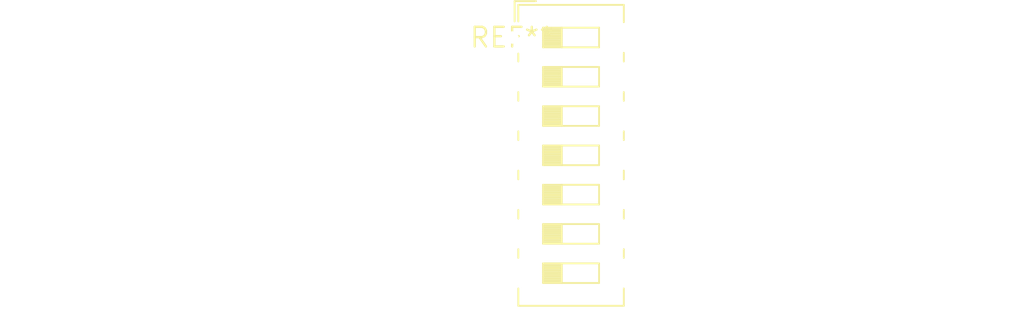
<source format=kicad_pcb>
(kicad_pcb (version 20240108) (generator pcbnew)
  (layers (0 "F.Cu" signal) (31 "B.Cu" signal) (34 "B.Paste" user) (35 "F.Paste" user) (36 "B.SilkS" user "B.Silkscreen") (37 "F.SilkS" user "F.Silkscreen") (38 "B.Mask" user) (39 "F.Mask" user) (44 "Edge.Cuts" user))
  (net 0 "")
  (footprint "SW_DIP_SPSTx07_Slide_6.7x19.34mm_W7.62mm_P2.54mm_LowProfile" (layer "F.Cu") (at 0 0)
    (property "Reference" "REF**")
    (property "Value" "SW_DIP_SPSTx07_Slide_6.7x19.34mm_W7.62mm_P2.54mm_LowProfile")
    (fp_line (start 0.16 -2.35) (end 0.16 -1.04) (layer "F.SilkS") (stroke (width 0.12)))
    (fp_line (start 0.16 -2.35) (end 1.543 -2.35) (layer "F.SilkS") (stroke (width 0.12)))
    (fp_line (start 0.4 -2.11) (end 0.4 -1.04) (layer "F.SilkS") (stroke (width 0.12)))
    (fp_line (start 0.4 -2.11) (end 7.221 -2.11) (layer "F.SilkS") (stroke (width 0.12)))
    (fp_line (start 0.4 1.04) (end 0.4 1.551) (layer "F.SilkS") (stroke (width 0.12)))
    (fp_line (start 0.4 3.53) (end 0.4 4.091) (layer "F.SilkS") (stroke (width 0.12)))
    (fp_line (start 0.4 6.07) (end 0.4 6.631) (layer "F.SilkS") (stroke (width 0.12)))
    (fp_line (start 0.4 8.61) (end 0.4 9.17) (layer "F.SilkS") (stroke (width 0.12)))
    (fp_line (start 0.4 11.15) (end 0.4 11.71) (layer "F.SilkS") (stroke (width 0.12)))
    (fp_line (start 0.4 13.69) (end 0.4 14.25) (layer "F.SilkS") (stroke (width 0.12)))
    (fp_line (start 0.4 16.23) (end 0.4 17.35) (layer "F.SilkS") (stroke (width 0.12)))
    (fp_line (start 0.4 17.35) (end 7.221 17.35) (layer "F.SilkS") (stroke (width 0.12)))
    (fp_line (start 2 -0.635) (end 2 0.635) (layer "F.SilkS") (stroke (width 0.12)))
    (fp_line (start 2 -0.515) (end 3.206667 -0.515) (layer "F.SilkS") (stroke (width 0.12)))
    (fp_line (start 2 -0.395) (end 3.206667 -0.395) (layer "F.SilkS") (stroke (width 0.12)))
    (fp_line (start 2 -0.275) (end 3.206667 -0.275) (layer "F.SilkS") (stroke (width 0.12)))
    (fp_line (start 2 -0.155) (end 3.206667 -0.155) (layer "F.SilkS") (stroke (width 0.12)))
    (fp_line (start 2 -0.035) (end 3.206667 -0.035) (layer "F.SilkS") (stroke (width 0.12)))
    (fp_line (start 2 0.085) (end 3.206667 0.085) (layer "F.SilkS") (stroke (width 0.12)))
    (fp_line (start 2 0.205) (end 3.206667 0.205) (layer "F.SilkS") (stroke (width 0.12)))
    (fp_line (start 2 0.325) (end 3.206667 0.325) (layer "F.SilkS") (stroke (width 0.12)))
    (fp_line (start 2 0.445) (end 3.206667 0.445) (layer "F.SilkS") (stroke (width 0.12)))
    (fp_line (start 2 0.565) (end 3.206667 0.565) (layer "F.SilkS") (stroke (width 0.12)))
    (fp_line (start 2 0.635) (end 5.62 0.635) (layer "F.SilkS") (stroke (width 0.12)))
    (fp_line (start 2 1.905) (end 2 3.175) (layer "F.SilkS") (stroke (width 0.12)))
    (fp_line (start 2 2.025) (end 3.206667 2.025) (layer "F.SilkS") (stroke (width 0.12)))
    (fp_line (start 2 2.145) (end 3.206667 2.145) (layer "F.SilkS") (stroke (width 0.12)))
    (fp_line (start 2 2.265) (end 3.206667 2.265) (layer "F.SilkS") (stroke (width 0.12)))
    (fp_line (start 2 2.385) (end 3.206667 2.385) (layer "F.SilkS") (stroke (width 0.12)))
    (fp_line (start 2 2.505) (end 3.206667 2.505) (layer "F.SilkS") (stroke (width 0.12)))
    (fp_line (start 2 2.625) (end 3.206667 2.625) (layer "F.SilkS") (stroke (width 0.12)))
    (fp_line (start 2 2.745) (end 3.206667 2.745) (layer "F.SilkS") (stroke (width 0.12)))
    (fp_line (start 2 2.865) (end 3.206667 2.865) (layer "F.SilkS") (stroke (width 0.12)))
    (fp_line (start 2 2.985) (end 3.206667 2.985) (layer "F.SilkS") (stroke (width 0.12)))
    (fp_line (start 2 3.105) (end 3.206667 3.105) (layer "F.SilkS") (stroke (width 0.12)))
    (fp_line (start 2 3.175) (end 5.62 3.175) (layer "F.SilkS") (stroke (width 0.12)))
    (fp_line (start 2 4.445) (end 2 5.715) (layer "F.SilkS") (stroke (width 0.12)))
    (fp_line (start 2 4.565) (end 3.206667 4.565) (layer "F.SilkS") (stroke (width 0.12)))
    (fp_line (start 2 4.685) (end 3.206667 4.685) (layer "F.SilkS") (stroke (width 0.12)))
    (fp_line (start 2 4.805) (end 3.206667 4.805) (layer "F.SilkS") (stroke (width 0.12)))
    (fp_line (start 2 4.925) (end 3.206667 4.925) (layer "F.SilkS") (stroke (width 0.12)))
    (fp_line (start 2 5.045) (end 3.206667 5.045) (layer "F.SilkS") (stroke (width 0.12)))
    (fp_line (start 2 5.165) (end 3.206667 5.165) (layer "F.SilkS") (stroke (width 0.12)))
    (fp_line (start 2 5.285) (end 3.206667 5.285) (layer "F.SilkS") (stroke (width 0.12)))
    (fp_line (start 2 5.405) (end 3.206667 5.405) (layer "F.SilkS") (stroke (width 0.12)))
    (fp_line (start 2 5.525) (end 3.206667 5.525) (layer "F.SilkS") (stroke (width 0.12)))
    (fp_line (start 2 5.645) (end 3.206667 5.645) (layer "F.SilkS") (stroke (width 0.12)))
    (fp_line (start 2 5.715) (end 5.62 5.715) (layer "F.SilkS") (stroke (width 0.12)))
    (fp_line (start 2 6.985) (end 2 8.255) (layer "F.SilkS") (stroke (width 0.12)))
    (fp_line (start 2 7.105) (end 3.206667 7.105) (layer "F.SilkS") (stroke (width 0.12)))
    (fp_line (start 2 7.225) (end 3.206667 7.225) (layer "F.SilkS") (stroke (width 0.12)))
    (fp_line (start 2 7.345) (end 3.206667 7.345) (layer "F.SilkS") (stroke (width 0.12)))
    (fp_line (start 2 7.465) (end 3.206667 7.465) (layer "F.SilkS") (stroke (width 0.12)))
    (fp_line (start 2 7.585) (end 3.206667 7.585) (layer "F.SilkS") (stroke (width 0.12)))
    (fp_line (start 2 7.705) (end 3.206667 7.705) (layer "F.SilkS") (stroke (width 0.12)))
    (fp_line (start 2 7.825) (end 3.206667 7.825) (layer "F.SilkS") (stroke (width 0.12)))
    (fp_line (start 2 7.945) (end 3.206667 7.945) (layer "F.SilkS") (stroke (width 0.12)))
    (fp_line (start 2 8.065) (end 3.206667 8.065) (layer "F.SilkS") (stroke (width 0.12)))
    (fp_line (start 2 8.185) (end 3.206667 8.185) (layer "F.SilkS") (stroke (width 0.12)))
    (fp_line (start 2 8.255) (end 5.62 8.255) (layer "F.SilkS") (stroke (width 0.12)))
    (fp_line (start 2 9.525) (end 2 10.795) (layer "F.SilkS") (stroke (width 0.12)))
    (fp_line (start 2 9.645) (end 3.206667 9.645) (layer "F.SilkS") (stroke (width 0.12)))
    (fp_line (start 2 9.765) (end 3.206667 9.765) (layer "F.SilkS") (stroke (width 0.12)))
    (fp_line (start 2 9.885) (end 3.206667 9.885) (layer "F.SilkS") (stroke (width 0.12)))
    (fp_line (start 2 10.005) (end 3.206667 10.005) (layer "F.SilkS") (stroke (width 0.12)))
    (fp_line (start 2 10.125) (end 3.206667 10.125) (layer "F.SilkS") (stroke (width 0.12)))
    (fp_line (start 2 10.245) (end 3.206667 10.245) (layer "F.SilkS") (stroke (width 0.12)))
    (fp_line (start 2 10.365) (end 3.206667 10.365) (layer "F.SilkS") (stroke (width 0.12)))
    (fp_line (start 2 10.485) (end 3.206667 10.485) (layer "F.SilkS") (stroke (width 0.12)))
    (fp_line (start 2 10.605) (end 3.206667 10.605) (layer "F.SilkS") (stroke (width 0.12)))
    (fp_line (start 2 10.725) (end 3.206667 10.725) (layer "F.SilkS") (stroke (width 0.12)))
    (fp_line (start 2 10.795) (end 5.62 10.795) (layer "F.SilkS") (stroke (width 0.12)))
    (fp_line (start 2 12.065) (end 2 13.335) (layer "F.SilkS") (stroke (width 0.12)))
    (fp_line (start 2 12.185) (end 3.206667 12.185) (layer "F.SilkS") (stroke (width 0.12)))
    (fp_line (start 2 12.305) (end 3.206667 12.305) (layer "F.SilkS") (stroke (width 0.12)))
    (fp_line (start 2 12.425) (end 3.206667 12.425) (layer "F.SilkS") (stroke (width 0.12)))
    (fp_line (start 2 12.545) (end 3.206667 12.545) (layer "F.SilkS") (stroke (width 0.12)))
    (fp_line (start 2 12.665) (end 3.206667 12.665) (layer "F.SilkS") (stroke (width 0.12)))
    (fp_line (start 2 12.785) (end 3.206667 12.785) (layer "F.SilkS") (stroke (width 0.12)))
    (fp_line (start 2 12.905) (end 3.206667 12.905) (layer "F.SilkS") (stroke (width 0.12)))
    (fp_line (start 2 13.025) (end 3.206667 13.025) (layer "F.SilkS") (stroke (width 0.12)))
    (fp_line (start 2 13.145) (end 3.206667 13.145) (layer "F.SilkS") (stroke (width 0.12)))
    (fp_line (start 2 13.265) (end 3.206667 13.265) (layer "F.SilkS") (stroke (width 0.12)))
    (fp_line (start 2 13.335) (end 5.62 13.335) (layer "F.SilkS") (stroke (width 0.12)))
    (fp_line (start 2 14.605) (end 2 15.875) (layer "F.SilkS") (stroke (width 0.12)))
    (fp_line (start 2 14.725) (end 3.206667 14.725) (layer "F.SilkS") (stroke (width 0.12)))
    (fp_line (start 2 14.845) (end 3.206667 14.845) (layer "F.SilkS") (stroke (width 0.12)))
    (fp_line (start 2 14.965) (end 3.206667 14.965) (layer "F.SilkS") (stroke (width 0.12)))
    (fp_line (start 2 15.085) (end 3.206667 15.085) (layer "F.SilkS") (stroke (width 0.12)))
    (fp_line (start 2 15.205) (end 3.206667 15.205) (layer "F.SilkS") (stroke (width 0.12)))
    (fp_line (start 2 15.325) (end 3.206667 15.325) (layer "F.SilkS") (stroke (width 0.12)))
    (fp_line (start 2 15.445) (end 3.206667 15.445) (layer "F.SilkS") (stroke (width 0.12)))
    (fp_line (start 2 15.565) (end 3.206667 15.565) (layer "F.SilkS") (stroke (width 0.12)))
    (fp_line (start 2 15.685) (end 3.206667 15.685) (layer "F.SilkS") (stroke (width 0.12)))
    (fp_line (start 2 15.805) (end 3.206667 15.805) (layer "F.SilkS") (stroke (width 0.12)))
    (fp_line (start 2 15.875) (end 5.62 15.875) (layer "F.SilkS") (stroke (width 0.12)))
    (fp_line (start 3.206667 -0.635) (end 3.206667 0.635) (layer "F.SilkS") (stroke (width 0.12)))
    (fp_line (start 3.206667 1.905) (end 3.206667 3.175) (layer "F.SilkS") (stroke (width 0.12)))
    (fp_line (start 3.206667 4.445) (end 3.206667 5.715) (layer "F.SilkS") (stroke (width 0.12)))
    (fp_line (start 3.206667 6.985) (end 3.206667 8.255) (layer "F.SilkS") (stroke (width 0.12)))
    (fp_line (start 3.206667 9.525) (end 3.206667 10.795) (layer "F.SilkS") (stroke (width 0.12)))
    (fp_line (start 3.206667 12.065) (end 3.206667 13.335) (layer "F.SilkS") (stroke (width 0.12)))
    (fp_line (start 3.206667 14.605) (end 3.206667 15.875) (layer "F.SilkS") (stroke (width 0.12)))
    (fp_line (start 5.62 -0.635) (end 2 -0.635) (layer "F.SilkS") (stroke (width 0.12)))
    (fp_line (start 5.62 0.635) (end 5.62 -0.635) (layer "F.SilkS") (stroke (width 0.12)))
    (fp_line (start 5.62 1.905) (end 2 1.905) (layer "F.SilkS") (stroke (width 0.12)))
    (fp_line (start 5.62 3.175) (end 5.62 1.905) (layer "F.SilkS") (stroke (width 0.12)))
    (fp_line (start 5.62 4.445) (end 2 4.445) (layer "F.SilkS") (stroke (width 0.12)))
    (fp_line (start 5.62 5.715) (end 5.62 4.445) (layer "F.SilkS") (stroke (width 0.12)))
    (fp_line (start 5.62 6.985) (end 2 6.985) (layer "F.SilkS") (stroke (width 0.12)))
    (fp_line (start 5.62 8.255) (end 5.62 6.985) (layer "F.SilkS") (stroke (width 0.12)))
    (fp_line (start 5.62 9.525) (end 2 9.525) (layer "F.SilkS") (stroke (width 0.12)))
    (fp_line (start 5.62 10.795) (end 5.62 9.525) (layer "F.SilkS") (stroke (width 0.12)))
    (fp_line (start 5.62 12.065) (end 2 12.065) (layer "F.SilkS") (stroke (width 0.12)))
    (fp_line (start 5.62 13.335) (end 5.62 12.065) (layer "F.SilkS") (stroke (width 0.12)))
    (fp_line (start 5.62 14.605) (end 2 14.605) (layer "F.SilkS") (stroke (width 0.12)))
    (fp_line (start 5.62 15.875) (end 5.62 14.605) (layer "F.SilkS") (stroke (width 0.12)))
    (fp_line (start 7.221 -2.11) (end 7.221 -0.99) (layer "F.SilkS") (stroke (width 0.12)))
    (fp_line (start 7.221 0.99) (end 7.221 1.551) (layer "F.SilkS") (stroke (width 0.12)))
    (fp_line (start 7.221 3.53) (end 7.221 4.091) (layer "F.SilkS") (stroke (width 0.12)))
    (fp_line (start 7.221 6.07) (end 7.221 6.631) (layer "F.SilkS") (stroke (width 0.12)))
    (fp_line (start 7.221 8.61) (end 7.221 9.17) (layer "F.SilkS") (stroke (width 0.12)))
    (fp_line (start 7.221 11.15) (end 7.221 11.71) (layer "F.SilkS") (stroke (width 0.12)))
    (fp_line (start 7.221 13.69) (end 7.221 14.25) (layer "F.SilkS") (stroke (width 0.12)))
    (fp_line (start 7.221 16.23) (end 7.221 17.35) (layer "F.SilkS") (stroke (width 0.12)))
    (pad "1" thru_hole rect (at 0 0) (size 1.6 1.6) (drill 0.8) (layers *.Cu *.Mask) (remove_unused_layers))
    (pad "2" thru_hole oval (at 0 2.54) (size 1.6 1.6) (drill 0.8) (layers *.Cu *.Mask) (remove_unused_layers))
    (pad "3" thru_hole oval (at 0 5.08) (size 1.6 1.6) (drill 0.8) (layers *.Cu *.Mask) (remove_unused_layers))
    (pad "4" thru_hole oval (at 0 7.62) (size 1.6 1.6) (drill 0.8) (layers *.Cu *.Mask) (remove_unused_layers))
    (pad "5" thru_hole oval (at 0 10.16) (size 1.6 1.6) (drill 0.8) (layers *.Cu *.Mask) (remove_unused_layers))
    (pad "6" thru_hole oval (at 0 12.7) (size 1.6 1.6) (drill 0.8) (layers *.Cu *.Mask) (remove_unused_layers))
    (pad "7" thru_hole oval (at 0 15.24) (size 1.6 1.6) (drill 0.8) (layers *.Cu *.Mask) (remove_unused_layers))
    (pad "8" thru_hole oval (at 7.62 15.24) (size 1.6 1.6) (drill 0.8) (layers *.Cu *.Mask) (remove_unused_layers))
    (pad "9" thru_hole oval (at 7.62 12.7) (size 1.6 1.6) (drill 0.8) (layers *.Cu *.Mask) (remove_unused_layers))
    (pad "10" thru_hole oval (at 7.62 10.16) (size 1.6 1.6) (drill 0.8) (layers *.Cu *.Mask) (remove_unused_layers))
    (pad "11" thru_hole oval (at 7.62 7.62) (size 1.6 1.6) (drill 0.8) (layers *.Cu *.Mask) (remove_unused_layers))
    (pad "12" thru_hole oval (at 7.62 5.08) (size 1.6 1.6) (drill 0.8) (layers *.Cu *.Mask) (remove_unused_layers))
    (pad "13" thru_hole oval (at 7.62 2.54) (size 1.6 1.6) (drill 0.8) (layers *.Cu *.Mask) (remove_unused_layers))
    (pad "14" thru_hole oval (at 7.62 0) (size 1.6 1.6) (drill 0.8) (layers *.Cu *.Mask) (remove_unused_layers))
  )
)
</source>
